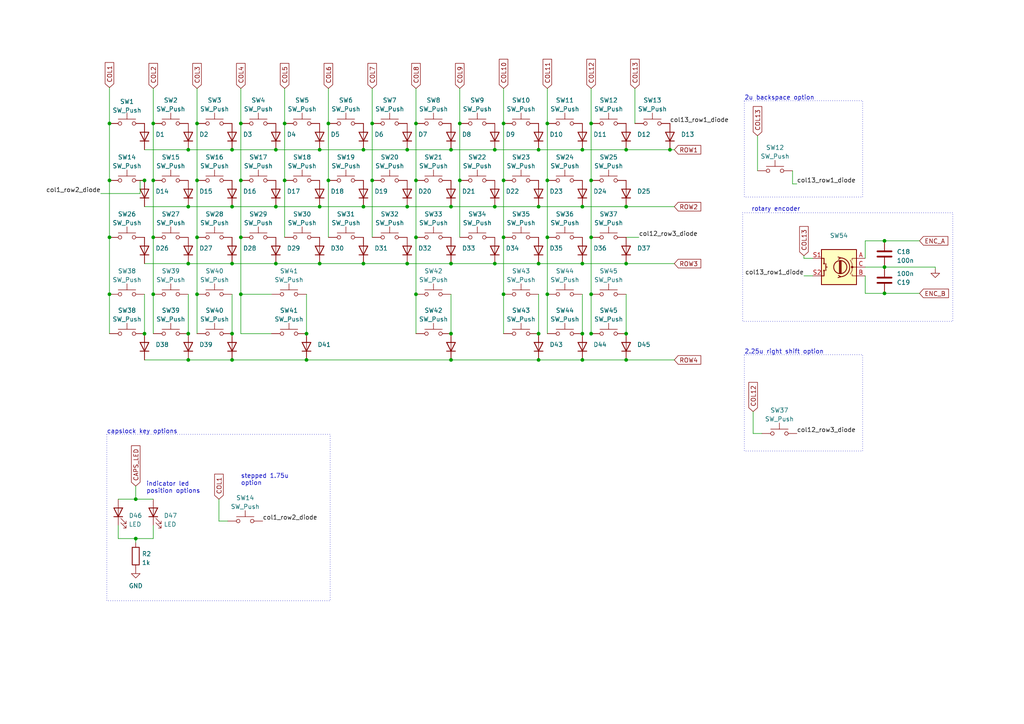
<source format=kicad_sch>
(kicad_sch (version 20230121) (generator eeschema)
  (paper "A4")
  (title_block (title "Bully2040") (date "2023-06-23") (rev "0.2") (company "sporkus") (comment 1 "adding alps and layout options"))
  (junction (at 130.81 104.394))
  (junction (at 92.71 76.454))
  (junction (at 158.75 85.344))
  (junction (at 118.11 59.944))
  (junction (at 69.85 68.834))
  (junction (at 194.31 43.434))
  (junction (at 39.37 156.21))
  (junction (at 120.65 35.814))
  (junction (at 133.35 52.324))
  (junction (at 168.91 59.944))
  (junction (at 31.75 35.814))
  (junction (at 54.61 96.774))
  (junction (at 143.51 43.434))
  (junction (at 256.54 77.47))
  (junction (at 168.91 96.774))
  (junction (at 31.75 52.324))
  (junction (at 44.45 52.324))
  (junction (at 44.45 68.834))
  (junction (at 80.01 43.434))
  (junction (at 181.61 96.774))
  (junction (at 168.91 104.394))
  (junction (at 146.05 68.834))
  (junction (at 143.51 76.454))
  (junction (at 107.95 35.814))
  (junction (at 88.9 96.774))
  (junction (at 39.37 144.78))
  (junction (at 120.65 85.344))
  (junction (at 120.65 52.324))
  (junction (at 41.91 52.324))
  (junction (at 256.54 85.09))
  (junction (at 67.31 43.434))
  (junction (at 54.61 76.454))
  (junction (at 92.71 43.434))
  (junction (at 171.45 85.344))
  (junction (at 67.31 59.944))
  (junction (at 67.31 104.394))
  (junction (at 168.91 76.454))
  (junction (at 156.21 76.454))
  (junction (at 181.61 59.944))
  (junction (at 95.25 52.324))
  (junction (at 256.54 69.85))
  (junction (at 105.41 59.944))
  (junction (at 171.45 52.324))
  (junction (at 92.71 59.944))
  (junction (at 80.01 59.944))
  (junction (at 130.81 96.774))
  (junction (at 57.15 68.834))
  (junction (at 168.91 43.434))
  (junction (at 67.31 96.774))
  (junction (at 57.15 35.814))
  (junction (at 57.15 52.324))
  (junction (at 156.21 43.434))
  (junction (at 95.25 35.814))
  (junction (at 105.41 43.434))
  (junction (at 171.45 68.834))
  (junction (at 54.61 43.434))
  (junction (at 171.45 96.774))
  (junction (at 69.85 52.324))
  (junction (at 146.05 85.344))
  (junction (at 67.31 76.454))
  (junction (at 171.45 35.814))
  (junction (at 156.21 96.774))
  (junction (at 118.11 76.454))
  (junction (at 156.21 59.944))
  (junction (at 54.61 104.394))
  (junction (at 143.51 59.944))
  (junction (at 82.55 52.324))
  (junction (at 181.61 76.454))
  (junction (at 82.55 35.814))
  (junction (at 158.75 35.814))
  (junction (at 156.21 104.394))
  (junction (at 107.95 52.324))
  (junction (at 41.91 96.774))
  (junction (at 88.9 104.394))
  (junction (at 69.85 35.814))
  (junction (at 69.85 85.344))
  (junction (at 31.75 85.344))
  (junction (at 105.41 76.454))
  (junction (at 158.75 52.324))
  (junction (at 44.45 35.814))
  (junction (at 181.61 104.394))
  (junction (at 130.81 59.944))
  (junction (at 181.61 43.434))
  (junction (at 158.75 68.834))
  (junction (at 146.05 35.814))
  (junction (at 31.75 68.834))
  (junction (at 57.15 85.344))
  (junction (at 44.45 85.344))
  (junction (at 54.61 59.944))
  (junction (at 118.11 43.434))
  (junction (at 146.05 52.324))
  (junction (at 133.35 35.814))
  (junction (at 120.65 68.834))
  (junction (at 130.81 43.434))
  (junction (at 80.01 76.454))
  (junction (at 130.81 76.454))
  (wire (pts (xy 156.21 59.944) (xy 168.91 59.944)))
  (wire (pts (xy 219.71 39.37) (xy 219.71 49.53)))
  (wire (pts (xy 95.25 25.654) (xy 95.25 35.814)))
  (wire (pts (xy 95.25 52.324) (xy 95.25 68.834)))
  (wire (pts (xy 54.61 43.434) (xy 67.31 43.434)))
  (wire (pts (xy 31.75 52.324) (xy 31.75 68.834)))
  (wire (pts (xy 133.35 35.814) (xy 133.35 52.324)))
  (wire (pts (xy 256.54 77.47) (xy 250.952 77.47)))
  (wire (pts (xy 82.55 52.324) (xy 82.55 68.834)))
  (wire (pts (xy 233.172 74.168) (xy 233.172 74.93)))
  (wire (pts (xy 39.37 157.48) (xy 39.37 156.21)))
  (wire (pts (xy 156.21 43.434) (xy 168.91 43.434)))
  (wire (pts (xy 41.91 59.944) (xy 54.61 59.944)))
  (wire (pts (xy 156.21 76.454) (xy 168.91 76.454)))
  (wire (pts (xy 54.61 85.344) (xy 54.61 96.774)))
  (wire (pts (xy 130.81 85.344) (xy 130.81 96.774)))
  (wire (pts (xy 80.01 59.944) (xy 92.71 59.944)))
  (wire (pts (xy 218.44 125.73) (xy 220.98 125.73)))
  (wire (pts (xy 120.65 52.324) (xy 120.65 68.834)))
  (wire (pts (xy 156.21 85.344) (xy 156.21 96.774)))
  (wire (pts (xy 171.45 85.344) (xy 171.45 96.774)))
  (wire (pts (xy 34.29 144.78) (xy 39.37 144.78)))
  (wire (pts (xy 171.45 85.344) (xy 171.704 85.344)))
  (wire (pts (xy 39.37 144.78) (xy 44.45 144.78)))
  (wire (pts (xy 181.61 104.394) (xy 195.58 104.394)))
  (wire (pts (xy 168.91 85.344) (xy 168.91 96.774)))
  (wire (pts (xy 69.85 68.834) (xy 69.85 85.344)))
  (wire (pts (xy 120.65 35.814) (xy 120.65 52.324)))
  (wire (pts (xy 229.87 49.53) (xy 229.87 53.34)))
  (wire (pts (xy 40.64 52.324) (xy 41.91 52.324)))
  (wire (pts (xy 57.15 68.834) (xy 57.15 85.344)))
  (wire (pts (xy 41.91 85.344) (xy 41.91 96.774)))
  (wire (pts (xy 120.65 25.654) (xy 120.65 35.814)))
  (wire (pts (xy 44.45 152.4) (xy 44.45 156.21)))
  (wire (pts (xy 146.05 52.324) (xy 146.05 68.834)))
  (wire (pts (xy 130.81 59.944) (xy 143.51 59.944)))
  (wire (pts (xy 181.61 43.434) (xy 194.31 43.434)))
  (wire (pts (xy 158.75 25.654) (xy 158.75 35.814)))
  (wire (pts (xy 158.75 52.324) (xy 158.75 68.834)))
  (wire (pts (xy 31.75 25.4) (xy 31.75 35.814)))
  (wire (pts (xy 88.9 104.394) (xy 130.81 104.394)))
  (wire (pts (xy 146.05 68.834) (xy 146.05 85.344)))
  (wire (pts (xy 31.75 35.814) (xy 31.75 52.324)))
  (wire (pts (xy 171.45 35.814) (xy 171.45 52.324)))
  (wire (pts (xy 146.05 25.654) (xy 146.05 35.814)))
  (wire (pts (xy 105.41 43.434) (xy 118.11 43.434)))
  (wire (pts (xy 67.31 43.434) (xy 80.01 43.434)))
  (wire (pts (xy 39.37 140.97) (xy 39.37 144.78)))
  (wire (pts (xy 143.51 59.944) (xy 156.21 59.944)))
  (wire (pts (xy 120.65 85.344) (xy 120.65 96.774)))
  (wire (pts (xy 69.85 35.814) (xy 69.85 52.324)))
  (wire (pts (xy 256.54 85.09) (xy 250.952 85.09)))
  (wire (pts (xy 171.45 68.834) (xy 171.45 85.344)))
  (wire (pts (xy 31.75 85.344) (xy 31.75 96.774)))
  (wire (pts (xy 31.75 68.834) (xy 31.75 85.344)))
  (wire (pts (xy 256.54 85.09) (xy 266.7 85.09)))
  (wire (pts (xy 69.85 85.344) (xy 69.85 96.774)))
  (wire (pts (xy 92.71 43.434) (xy 105.41 43.434)))
  (wire (pts (xy 57.15 25.654) (xy 57.15 35.814)))
  (wire (pts (xy 158.75 35.814) (xy 158.75 52.324)))
  (wire (pts (xy 143.51 76.454) (xy 156.21 76.454)))
  (wire (pts (xy 256.54 69.85) (xy 250.952 69.85)))
  (wire (pts (xy 67.31 104.394) (xy 88.9 104.394)))
  (wire (pts (xy 107.95 35.814) (xy 107.95 52.324)))
  (wire (pts (xy 44.45 52.324) (xy 44.45 68.834)))
  (wire (pts (xy 218.44 119.38) (xy 218.44 125.73)))
  (wire (pts (xy 156.21 104.394) (xy 168.91 104.394)))
  (wire (pts (xy 181.61 76.454) (xy 195.58 76.454)))
  (wire (pts (xy 158.75 85.344) (xy 158.75 96.774)))
  (wire (pts (xy 39.37 156.21) (xy 44.45 156.21)))
  (wire (pts (xy 69.85 96.774) (xy 78.74 96.774)))
  (wire (pts (xy 195.58 43.434) (xy 194.31 43.434)))
  (wire (pts (xy 118.11 43.434) (xy 130.81 43.434)))
  (wire (pts (xy 67.31 85.344) (xy 67.31 96.774)))
  (wire (pts (xy 146.05 85.344) (xy 146.05 96.774)))
  (wire (pts (xy 118.11 59.944) (xy 130.81 59.944)))
  (wire (pts (xy 271.272 77.47) (xy 256.54 77.47)))
  (wire (pts (xy 171.45 25.654) (xy 171.45 35.814)))
  (wire (pts (xy 88.9 85.344) (xy 88.9 96.774)))
  (wire (pts (xy 250.952 69.85) (xy 250.952 74.93)))
  (wire (pts (xy 54.61 76.454) (xy 67.31 76.454)))
  (wire (pts (xy 118.11 76.454) (xy 130.81 76.454)))
  (wire (pts (xy 146.05 35.814) (xy 146.05 52.324)))
  (wire (pts (xy 229.87 53.34) (xy 231.14 53.34)))
  (wire (pts (xy 82.55 35.814) (xy 82.55 52.324)))
  (wire (pts (xy 181.61 68.834) (xy 185.293 68.834)))
  (wire (pts (xy 57.15 52.324) (xy 57.15 68.834)))
  (wire (pts (xy 107.95 52.324) (xy 107.95 68.834)))
  (wire (pts (xy 130.81 76.454) (xy 143.51 76.454)))
  (wire (pts (xy 171.45 96.774) (xy 171.704 96.774)))
  (wire (pts (xy 41.91 43.434) (xy 54.61 43.434)))
  (wire (pts (xy 250.952 80.01) (xy 250.952 85.09)))
  (wire (pts (xy 184.15 25.654) (xy 184.15 35.814)))
  (wire (pts (xy 271.272 77.978) (xy 271.272 77.47)))
  (wire (pts (xy 41.91 104.394) (xy 54.61 104.394)))
  (wire (pts (xy 130.81 43.434) (xy 143.51 43.434)))
  (wire (pts (xy 63.5 144.78) (xy 63.5 151.13)))
  (wire (pts (xy 181.61 85.344) (xy 181.61 96.774)))
  (wire (pts (xy 120.65 68.834) (xy 120.65 85.344)))
  (wire (pts (xy 57.15 85.344) (xy 57.15 96.774)))
  (wire (pts (xy 67.31 76.454) (xy 80.01 76.454)))
  (wire (pts (xy 44.45 85.344) (xy 44.45 96.774)))
  (wire (pts (xy 80.01 76.454) (xy 92.71 76.454)))
  (wire (pts (xy 82.55 25.654) (xy 82.55 35.814)))
  (wire (pts (xy 44.45 35.814) (xy 44.45 52.324)))
  (wire (pts (xy 130.81 104.394) (xy 156.21 104.394)))
  (wire (pts (xy 158.75 68.834) (xy 158.75 85.344)))
  (wire (pts (xy 54.61 59.944) (xy 67.31 59.944)))
  (wire (pts (xy 41.91 76.454) (xy 54.61 76.454)))
  (wire (pts (xy 67.31 59.944) (xy 80.01 59.944)))
  (wire (pts (xy 63.5 151.13) (xy 66.04 151.13)))
  (wire (pts (xy 143.51 43.434) (xy 156.21 43.434)))
  (wire (pts (xy 168.91 43.434) (xy 181.61 43.434)))
  (wire (pts (xy 92.71 59.944) (xy 105.41 59.944)))
  (wire (pts (xy 133.35 25.654) (xy 133.35 35.814)))
  (wire (pts (xy 105.41 59.944) (xy 118.11 59.944)))
  (wire (pts (xy 133.35 52.324) (xy 133.35 68.834)))
  (wire (pts (xy 105.41 76.454) (xy 118.11 76.454)))
  (wire (pts (xy 168.91 76.454) (xy 181.61 76.454)))
  (wire (pts (xy 80.01 43.434) (xy 92.71 43.434)))
  (wire (pts (xy 168.91 104.394) (xy 181.61 104.394)))
  (wire (pts (xy 92.71 76.454) (xy 105.41 76.454)))
  (wire (pts (xy 40.64 56.134) (xy 40.64 52.324)))
  (wire (pts (xy 95.25 35.814) (xy 95.25 52.324)))
  (wire (pts (xy 69.85 25.654) (xy 69.85 35.814)))
  (wire (pts (xy 34.29 152.4) (xy 34.29 156.21)))
  (wire (pts (xy 233.172 74.93) (xy 235.712 74.93)))
  (wire (pts (xy 44.45 68.834) (xy 44.45 85.344)))
  (wire (pts (xy 107.95 25.654) (xy 107.95 35.814)))
  (wire (pts (xy 69.85 85.344) (xy 78.74 85.344)))
  (wire (pts (xy 181.61 59.944) (xy 195.58 59.944)))
  (wire (pts (xy 44.45 25.654) (xy 44.45 35.814)))
  (wire (pts (xy 69.85 52.324) (xy 69.85 68.834)))
  (wire (pts (xy 54.61 104.394) (xy 67.31 104.394)))
  (wire (pts (xy 57.15 35.814) (xy 57.15 52.324)))
  (wire (pts (xy 29.21 56.134) (xy 40.64 56.134)))
  (wire (pts (xy 34.29 156.21) (xy 39.37 156.21)))
  (wire (pts (xy 171.45 52.324) (xy 171.45 68.834)))
  (wire (pts (xy 233.172 80.01) (xy 235.712 80.01)))
  (wire (pts (xy 256.54 69.85) (xy 266.7 69.85)))
  (wire (pts (xy 168.91 59.944) (xy 181.61 59.944)))
  (rectangle (start 215.392 61.722) (end 276.352 93.218) (stroke (width 0) (type dot)))
  (rectangle (start 215.9 102.87) (end 250.19 130.81) (stroke (width 0) (type dot)))
  (rectangle (start 30.988 125.984) (end 95.758 174.244) (stroke (width 0) (type dot)))
  (rectangle (start 215.9 29.21) (end 250.19 57.15) (stroke (width 0) (type dot)))
  (text "rotary encoder" (at 217.932 61.468 0) (effects (font (size 1.27 1.27)) (justify left bottom)))
  (text "capslock key options" (at 30.988 125.984 0) (effects (font (size 1.27 1.27)) (justify left bottom)))
  (text "indicator led\nposition options" (at 42.418 143.256 0) (effects (font (size 1.27 1.27)) (justify left bottom)))
  (text "2u backspace option" (at 215.9 29.21 0) (effects (font (size 1.27 1.27)) (justify left bottom)))
  (text "2.25u right shift option" (at 215.9 102.87 0) (effects (font (size 1.27 1.27)) (justify left bottom)))
  (text "stepped 1.75u\noption" (at 69.85 140.97 0) (effects (font (size 1.27 1.27)) (justify left bottom)))
  (label "col13_row1_diode" (at 194.31 35.814 0))
  (label "col13_row1_diode" (at 233.172 80.01 180))
  (label "col12_row3_diode" (at 231.14 125.73 0))
  (label "col13_row1_diode" (at 231.14 53.34 0))
  (label "col12_row3_diode" (at 185.293 68.834 0))
  (label "col1_row2_diode" (at 76.2 151.13 0))
  (label "col1_row2_diode" (at 29.21 56.134 180))
  (global_label "COL1" (shape input) (at 31.75 25.4 90) (property "Intersheetrefs" "${INTERSHEET_REFS}" (effects hide)))
  (global_label "COL12" (shape input) (at 218.44 119.38 90) (property "Intersheetrefs" "${INTERSHEET_REFS}" (effects hide)))
  (global_label "COL10" (shape input) (at 146.05 25.654 90) (property "Intersheetrefs" "${INTERSHEET_REFS}" (effects hide)))
  (global_label "ROW1" (shape input) (at 195.58 43.434 0) (property "Intersheetrefs" "${INTERSHEET_REFS}" (effects hide)))
  (global_label "COL6" (shape input) (at 95.25 25.654 90) (property "Intersheetrefs" "${INTERSHEET_REFS}" (effects hide)))
  (global_label "ROW4" (shape input) (at 195.58 104.394 0) (property "Intersheetrefs" "${INTERSHEET_REFS}" (effects hide)))
  (global_label "ROW2" (shape input) (at 195.58 59.944 0) (property "Intersheetrefs" "${INTERSHEET_REFS}" (effects hide)))
  (global_label "COL5" (shape input) (at 82.55 25.654 90) (property "Intersheetrefs" "${INTERSHEET_REFS}" (effects hide)))
  (global_label "ENC_B" (shape input) (at 266.7 85.09 0) (property "Intersheetrefs" "${INTERSHEET_REFS}" (effects hide)))
  (global_label "COL13" (shape input) (at 219.71 39.37 90) (property "Intersheetrefs" "${INTERSHEET_REFS}" (effects hide)))
  (global_label "COL8" (shape input) (at 120.65 25.654 90) (property "Intersheetrefs" "${INTERSHEET_REFS}" (effects hide)))
  (global_label "COL9" (shape input) (at 133.35 25.654 90) (property "Intersheetrefs" "${INTERSHEET_REFS}" (effects hide)))
  (global_label "COL13" (shape input) (at 233.172 74.168 90) (property "Intersheetrefs" "${INTERSHEET_REFS}" (effects hide)))
  (global_label "CAPS_LED" (shape input) (at 39.37 140.97 90) (property "Intersheetrefs" "${INTERSHEET_REFS}" (effects hide)))
  (global_label "COL7" (shape input) (at 107.95 25.654 90) (property "Intersheetrefs" "${INTERSHEET_REFS}" (effects hide)))
  (global_label "COL4" (shape input) (at 69.85 25.654 90) (property "Intersheetrefs" "${INTERSHEET_REFS}" (effects hide)))
  (global_label "COL12" (shape input) (at 171.45 25.654 90) (property "Intersheetrefs" "${INTERSHEET_REFS}" (effects hide)))
  (global_label "ENC_A" (shape input) (at 266.7 69.85 0) (property "Intersheetrefs" "${INTERSHEET_REFS}" (effects hide)))
  (global_label "COL1" (shape input) (at 63.5 144.78 90) (property "Intersheetrefs" "${INTERSHEET_REFS}" (effects hide)))
  (global_label "COL11" (shape input) (at 158.75 25.654 90) (property "Intersheetrefs" "${INTERSHEET_REFS}" (effects hide)))
  (global_label "COL13" (shape input) (at 184.15 25.654 90) (property "Intersheetrefs" "${INTERSHEET_REFS}" (effects hide)))
  (global_label "ROW3" (shape input) (at 195.58 76.454 0) (property "Intersheetrefs" "${INTERSHEET_REFS}" (effects hide)))
  (global_label "COL2" (shape input) (at 44.45 25.654 90) (property "Intersheetrefs" "${INTERSHEET_REFS}" (effects hide)))
  (global_label "COL3" (shape input) (at 57.15 25.654 90) (property "Intersheetrefs" "${INTERSHEET_REFS}" (effects hide)))
  (symbol (lib_id "Diode:1N4148W") (at 118.11 56.134 90) (unit 1)
    (property "Reference" "D20" (at 121.285 55.499 90) (effects (justify right)))
    (property "Value" "1N4148W" (effects hide))
    (property "Footprint" "Diode_SMD:D_SOD-123" (effects hide))
    (property "Datasheet" "https://www.vishay.com/docs/85748/1n4148w.pdf" (effects hide))
    (property "Sim.Device" "D" (effects hide))
    (property "Sim.Pins" "1=K 2=A" (effects hide))
    (property "LCSC" "C81598" (effects hide))
    (instances (project "bully" (path "" (reference "D20") (unit 1)) (path "" (reference "D65") (unit 1))) (project "bully" (path "" (reference "D20") (unit 1))))
  )
  (symbol (lib_id "Diode:1N4148W") (at 41.91 100.584 90) (unit 1)
    (property "Reference" "D38" (at 45.085 99.949 90) (effects (justify right)))
    (property "Value" "1N4148W" (effects hide))
    (property "Footprint" "Diode_SMD:D_SOD-123" (effects hide))
    (property "Datasheet" "https://www.vishay.com/docs/85748/1n4148w.pdf" (effects hide))
    (property "Sim.Device" "D" (effects hide))
    (property "Sim.Pins" "1=K 2=A" (effects hide))
    (property "LCSC" "C81598" (effects hide))
    (instances (project "bully" (path "" (reference "D38") (unit 1)) (path "" (reference "D83") (unit 1))) (project "bully" (path "" (reference "D38") (unit 1))))
  )
  (symbol (lib_id "Diode:1N4148W") (at 130.81 100.584 90) (unit 1)
    (property "Reference" "D42" (effects hide))
    (property "Value" "1N4148W" (effects hide))
    (property "Footprint" "Diode_SMD:D_SOD-123" (effects hide))
    (property "Datasheet" "https://www.vishay.com/docs/85748/1n4148w.pdf" (effects hide))
    (property "Sim.Device" "D" (effects hide))
    (property "Sim.Pins" "1=K 2=A" (effects hide))
    (property "LCSC" "C81598" (effects hide))
    (instances (project "bully" (path "" (reference "D42") (unit 1)) (path "" (reference "D87") (unit 1))) (project "bully" (path "" (reference "D42") (unit 1))))
  )
  (symbol (lib_id "Diode:1N4148W") (at 80.01 72.644 90) (unit 1)
    (property "Reference" "D29" (at 83.185 72.009 90) (effects (justify right)))
    (property "Value" "1N4148W" (effects hide))
    (property "Footprint" "Diode_SMD:D_SOD-123" (effects hide))
    (property "Datasheet" "https://www.vishay.com/docs/85748/1n4148w.pdf" (effects hide))
    (property "Sim.Device" "D" (effects hide))
    (property "Sim.Pins" "1=K 2=A" (effects hide))
    (property "LCSC" "C81598" (effects hide))
    (instances (project "bully" (path "" (reference "D29") (unit 1)) (path "" (reference "D74") (unit 1))) (project "bully" (path "" (reference "D29") (unit 1))))
  )
  (symbol (lib_id "Switch:SW_Push") (at 62.23 35.814 0) (unit 1)
    (property "Reference" "SW3" (at 62.23 29.083 0))
    (property "Value" "SW_Push" (at 62.23 31.623 0))
    (property "Footprint" "MX_Alps_Hybrid:MX-Alps-Hybrid-1U" (effects hide))
    (instances (project "bully" (path "" (reference "SW3") (unit 1)) (path "" (reference "SW48") (unit 1))) (project "bully" (path "" (reference "SW3") (unit 1))))
  )
  (symbol (lib_id "Switch:SW_Push") (at 125.73 85.344 0) (unit 1)
    (property "Reference" "SW42" (at 125.73 78.613 0))
    (property "Value" "SW_Push" (at 125.73 81.153 0))
    (property "Footprint" "MX_Alps_Hybrid:MX-Alps-Hybrid-3U-ReversedStabilizers" (effects hide))
    (instances (project "bully" (path "" (reference "SW42") (unit 1)) (path "" (reference "SW87") (unit 1))) (project "bully" (path "" (reference "SW42") (unit 1))))
  )
  (symbol (lib_id "Diode:1N4148W") (at 156.21 39.624 90) (unit 1)
    (property "Reference" "D10" (at 159.385 38.989 90) (effects (justify right)))
    (property "Value" "1N4148W" (effects hide))
    (property "Footprint" "Diode_SMD:D_SOD-123" (effects hide))
    (property "Datasheet" "https://www.vishay.com/docs/85748/1n4148w.pdf" (effects hide))
    (property "Sim.Device" "D" (effects hide))
    (property "Sim.Pins" "1=K 2=A" (effects hide))
    (property "LCSC" "C81598" (effects hide))
    (instances (project "bully" (path "" (reference "D10") (unit 1)) (path "" (reference "D55") (unit 1))) (project "bully" (path "" (reference "D10") (unit 1))))
  )
  (symbol (lib_id "Switch:SW_Push") (at 151.13 68.834 0) (unit 1)
    (property "Reference" "SW35" (at 151.13 62.103 0))
    (property "Value" "SW_Push" (at 151.13 64.643 0))
    (property "Footprint" "MX_Alps_Hybrid:MX-Alps-Hybrid-1U" (effects hide))
    (instances (project "bully" (path "" (reference "SW35") (unit 1)) (path "" (reference "SW80") (unit 1))) (project "bully" (path "" (reference "SW35") (unit 1))))
  )
  (symbol (lib_id "Diode:1N4148W") (at 181.61 56.134 90) (unit 1)
    (property "Reference" "D25" (at 184.785 55.499 90) (effects (justify right)))
    (property "Value" "1N4148W" (effects hide))
    (property "Footprint" "Diode_SMD:D_SOD-123" (effects hide))
    (property "Datasheet" "https://www.vishay.com/docs/85748/1n4148w.pdf" (effects hide))
    (property "Sim.Device" "D" (effects hide))
    (property "Sim.Pins" "1=K 2=A" (effects hide))
    (property "LCSC" "C81598" (effects hide))
    (instances (project "bully" (path "" (reference "D25") (unit 1)) (path "" (reference "D70") (unit 1))) (project "bully" (path "" (reference "D25") (unit 1))))
  )
  (symbol (lib_id "Diode:1N4148W") (at 156.21 72.644 90) (unit 1)
    (property "Reference" "D35" (at 159.385 72.009 90) (effects (justify right)))
    (property "Value" "1N4148W" (effects hide))
    (property "Footprint" "Diode_SMD:D_SOD-123" (effects hide))
    (property "Datasheet" "https://www.vishay.com/docs/85748/1n4148w.pdf" (effects hide))
    (property "Sim.Device" "D" (effects hide))
    (property "Sim.Pins" "1=K 2=A" (effects hide))
    (property "LCSC" "C81598" (effects hide))
    (instances (project "bully" (path "" (reference "D35") (unit 1)) (path "" (reference "D80") (unit 1))) (project "bully" (path "" (reference "D35") (unit 1))))
  )
  (symbol (lib_id "Diode:1N4148W") (at 54.61 100.584 90) (unit 1)
    (property "Reference" "D39" (at 57.785 99.949 90) (effects (justify right)))
    (property "Value" "1N4148W" (effects hide))
    (property "Footprint" "Diode_SMD:D_SOD-123" (effects hide))
    (property "Datasheet" "https://www.vishay.com/docs/85748/1n4148w.pdf" (effects hide))
    (property "Sim.Device" "D" (effects hide))
    (property "Sim.Pins" "1=K 2=A" (effects hide))
    (property "LCSC" "C81598" (effects hide))
    (instances (project "bully" (path "" (reference "D39") (unit 1)) (path "" (reference "D84") (unit 1))) (project "bully" (path "" (reference "D39") (unit 1))))
  )
  (symbol (lib_id "Device:C") (at 256.54 81.28 0) (mirror x) (unit 1)
    (property "Reference" "C19" (at 260.096 81.915 0) (effects (justify left)))
    (property "Value" "100n" (at 260.096 79.375 0) (effects (justify left)))
    (property "Footprint" "Capacitor_SMD:C_0402_1005Metric" (effects hide))
  )
  (symbol (lib_id "Diode:1N4148W") (at 105.41 72.644 90) (unit 1)
    (property "Reference" "D31" (at 108.585 72.009 90) (effects (justify right)))
    (property "Value" "1N4148W" (effects hide))
    (property "Footprint" "Diode_SMD:D_SOD-123" (effects hide))
    (property "Datasheet" "https://www.vishay.com/docs/85748/1n4148w.pdf" (effects hide))
    (property "Sim.Device" "D" (effects hide))
    (property "Sim.Pins" "1=K 2=A" (effects hide))
    (property "LCSC" "C81598" (effects hide))
    (instances (project "bully" (path "" (reference "D31") (unit 1)) (path "" (reference "D76") (unit 1))) (project "bully" (path "" (reference "D31") (unit 1))))
  )
  (symbol (lib_id "Switch:SW_Push") (at 163.83 68.834 0) (unit 1)
    (property "Reference" "SW36" (at 163.83 62.103 0))
    (property "Value" "SW_Push" (at 163.83 64.643 0))
    (property "Footprint" "MX_Alps_Hybrid:MX-Alps-Hybrid-1U" (effects hide))
    (instances (project "bully" (path "" (reference "SW36") (unit 1)) (path "" (reference "SW81") (unit 1))) (project "bully" (path "" (reference "SW36") (unit 1))))
  )
  (symbol (lib_id "Diode:1N4148W") (at 156.21 100.584 90) (unit 1)
    (property "Reference" "D43" (at 159.385 99.949 90) (effects (justify right)))
    (property "Value" "1N4148W" (effects hide))
    (property "Footprint" "Diode_SMD:D_SOD-123" (effects hide))
    (property "Datasheet" "https://www.vishay.com/docs/85748/1n4148w.pdf" (effects hide))
    (property "Sim.Device" "D" (effects hide))
    (property "Sim.Pins" "1=K 2=A" (effects hide))
    (property "LCSC" "C81598" (effects hide))
    (instances (project "bully" (path "" (reference "D43") (unit 1)) (path "" (reference "D88") (unit 1))) (project "bully" (path "" (reference "D43") (unit 1))))
  )
  (symbol (lib_id "Diode:1N4148W") (at 130.81 56.134 90) (unit 1)
    (property "Reference" "D21" (at 133.985 55.499 90) (effects (justify right)))
    (property "Value" "1N4148W" (effects hide))
    (property "Footprint" "Diode_SMD:D_SOD-123" (effects hide))
    (property "Datasheet" "https://www.vishay.com/docs/85748/1n4148w.pdf" (effects hide))
    (property "Sim.Device" "D" (effects hide))
    (property "Sim.Pins" "1=K 2=A" (effects hide))
    (property "LCSC" "C81598" (effects hide))
    (instances (project "bully" (path "" (reference "D21") (unit 1)) (path "" (reference "D66") (unit 1))) (project "bully" (path "" (reference "D21") (unit 1))))
  )
  (symbol (lib_id "Switch:SW_Push") (at 36.83 35.814 0) (unit 1)
    (property "Reference" "SW1" (at 36.83 29.464 0))
    (property "Value" "SW_Push" (at 36.83 32.004 0))
    (property "Footprint" "MX_Alps_Hybrid:MX-Alps-Hybrid-1.5U" (effects hide))
    (instances (project "bully" (path "" (reference "SW1") (unit 1)) (path "" (reference "SW46") (unit 1))) (project "bully" (path "" (reference "SW1") (unit 1))))
  )
  (symbol (lib_id "Switch:SW_Push") (at 49.53 96.774 0) (mirror y) (unit 1)
    (property "Reference" "SW39" (at 49.53 90.043 0))
    (property "Value" "SW_Push" (at 49.53 92.583 0))
    (property "Footprint" "MX_Alps_Hybrid:MX-Alps-Hybrid-1.25U" (effects hide))
    (instances (project "bully" (path "" (reference "SW39") (unit 1)) (path "" (reference "SW84") (unit 1))) (project "bully" (path "" (reference "SW47") (unit 1))))
  )
  (symbol (lib_id "Switch:SW_Push") (at 71.12 151.13 0) (mirror y) (unit 1)
    (property "Reference" "SW14" (at 71.12 144.399 0))
    (property "Value" "SW_Push" (at 71.12 146.939 0))
    (property "Footprint" "MX_Solderable:MX-Solderable-1.25U" (effects hide))
    (instances (project "bully" (path "" (reference "SW14") (unit 1)) (path "" (reference "SW59") (unit 1))) (project "bully" (path "" (reference "SW55") (unit 1))))
  )
  (symbol (lib_id "Diode:1N4148W") (at 67.31 100.584 90) (unit 1)
    (property "Reference" "D40" (effects hide))
    (property "Value" "1N4148W" (effects hide))
    (property "Footprint" "Diode_SMD:D_SOD-123" (effects hide))
    (property "Datasheet" "https://www.vishay.com/docs/85748/1n4148w.pdf" (effects hide))
    (property "Sim.Device" "D" (effects hide))
    (property "Sim.Pins" "1=K 2=A" (effects hide))
    (property "LCSC" "C81598" (effects hide))
    (instances (project "bully" (path "" (reference "D40") (unit 1)) (path "" (reference "D85") (unit 1))) (project "bully" (path "" (reference "D40") (unit 1))))
  )
  (symbol (lib_id "Switch:SW_Push") (at 36.83 52.324 0) (unit 1)
    (property "Reference" "SW14" (at 36.83 45.593 0))
    (property "Value" "SW_Push" (at 36.83 48.133 0))
    (property "Footprint" "MX_Alps_Hybrid:MX-Alps-Hybrid-1.75U" (effects hide))
    (instances (project "bully" (path "" (reference "SW14") (unit 1)) (path "" (reference "SW59") (unit 1))) (project "bully" (path "" (reference "SW14") (unit 1))))
  )
  (symbol (lib_id "Switch:SW_Push") (at 74.93 68.834 0) (unit 1)
    (property "Reference" "SW29" (at 74.93 62.103 0))
    (property "Value" "SW_Push" (at 74.93 64.643 0))
    (property "Footprint" "MX_Alps_Hybrid:MX-Alps-Hybrid-1U" (effects hide))
    (instances (project "bully" (path "" (reference "SW29") (unit 1)) (path "" (reference "SW74") (unit 1))) (project "bully" (path "" (reference "SW29") (unit 1))))
  )
  (symbol (lib_id "Diode:1N4148W") (at 41.91 56.134 90) (unit 1)
    (property "Reference" "D14" (at 45.085 55.499 90) (effects (justify right)))
    (property "Value" "1N4148W" (effects hide))
    (property "Footprint" "Diode_SMD:D_SOD-123" (effects hide))
    (property "Datasheet" "https://www.vishay.com/docs/85748/1n4148w.pdf" (effects hide))
    (property "Sim.Device" "D" (effects hide))
    (property "Sim.Pins" "1=K 2=A" (effects hide))
    (property "LCSC" "C81598" (effects hide))
    (instances (project "bully" (path "" (reference "D14") (unit 1)) (path "" (reference "D59") (unit 1))) (project "bully" (path "" (reference "D14") (unit 1))))
  )
  (symbol (lib_id "Switch:SW_Push") (at 83.82 85.344 0) (unit 1)
    (property "Reference" "SW41" (at 83.82 78.613 0))
    (property "Value" "SW_Push" (at 83.82 81.153 0))
    (property "Footprint" "MX_Alps_Hybrid:MX-Alps-Hybrid-3U-ReversedStabilizers" (effects hide))
    (instances (project "bully" (path "" (reference "SW41") (unit 1)) (path "" (reference "SW86") (unit 1))) (project "bully" (path "" (reference "SW41") (unit 1))))
  )
  (symbol (lib_id "Switch:SW_Push") (at 100.33 35.814 0) (unit 1)
    (property "Reference" "SW6" (at 100.33 29.083 0))
    (property "Value" "SW_Push" (at 100.33 31.623 0))
    (property "Footprint" "MX_Alps_Hybrid:MX-Alps-Hybrid-1U" (effects hide))
    (instances (project "bully" (path "" (reference "SW6") (unit 1)) (path "" (reference "SW51") (unit 1))) (project "bully" (path "" (reference "SW6") (unit 1))))
  )
  (symbol (lib_id "Diode:1N4148W") (at 92.71 56.134 90) (unit 1)
    (property "Reference" "D18" (at 95.885 55.499 90) (effects (justify right)))
    (property "Value" "1N4148W" (effects hide))
    (property "Footprint" "Diode_SMD:D_SOD-123" (effects hide))
    (property "Datasheet" "https://www.vishay.com/docs/85748/1n4148w.pdf" (effects hide))
    (property "Sim.Device" "D" (effects hide))
    (property "Sim.Pins" "1=K 2=A" (effects hide))
    (property "LCSC" "C81598" (effects hide))
    (instances (project "bully" (path "" (reference "D18") (unit 1)) (path "" (reference "D63") (unit 1))) (project "bully" (path "" (reference "D18") (unit 1))))
  )
  (symbol (lib_id "Switch:SW_Push") (at 176.53 52.324 0) (unit 1)
    (property "Reference" "SW25" (at 176.53 45.593 0))
    (property "Value" "SW_Push" (at 176.53 48.133 0))
    (property "Footprint" "MX_Alps_Hybrid:MX-Alps-Hybrid-1.75U" (effects hide))
    (instances (project "bully" (path "" (reference "SW25") (unit 1)) (path "" (reference "SW70") (unit 1))) (project "bully" (path "" (reference "SW25") (unit 1))))
  )
  (symbol (lib_id "Switch:SW_Push") (at 62.23 96.774 0) (mirror y) (unit 1)
    (property "Reference" "SW40" (at 62.23 90.043 0))
    (property "Value" "SW_Push" (at 62.23 92.583 0))
    (property "Footprint" "MX_Alps_Hybrid:MX-Alps-Hybrid-1.5U" (effects hide))
    (instances (project "bully" (path "" (reference "SW40") (unit 1)) (path "" (reference "SW85") (unit 1))) (project "bully" (path "" (reference "SW48") (unit 1))))
  )
  (symbol (lib_id "Switch:SW_Push") (at 49.53 52.324 0) (unit 1)
    (property "Reference" "SW15" (at 49.53 45.593 0))
    (property "Value" "SW_Push" (at 49.53 48.133 0))
    (property "Footprint" "MX_Alps_Hybrid:MX-Alps-Hybrid-1U" (effects hide))
    (instances (project "bully" (path "" (reference "SW15") (unit 1)) (path "" (reference "SW60") (unit 1))) (project "bully" (path "" (reference "SW15") (unit 1))))
  )
  (symbol (lib_id "Switch:SW_Push") (at 113.03 52.324 0) (unit 1)
    (property "Reference" "SW20" (at 113.03 45.593 0))
    (property "Value" "SW_Push" (at 113.03 48.133 0))
    (property "Footprint" "MX_Alps_Hybrid:MX-Alps-Hybrid-1U" (effects hide))
    (instances (project "bully" (path "" (reference "SW20") (unit 1)) (path "" (reference "SW65") (unit 1))) (project "bully" (path "" (reference "SW20") (unit 1))))
  )
  (symbol (lib_id "Diode:1N4148W") (at 168.91 72.644 90) (unit 1)
    (property "Reference" "D36" (at 172.085 72.009 90) (effects (justify right)))
    (property "Value" "1N4148W" (effects hide))
    (property "Footprint" "Diode_SMD:D_SOD-123" (effects hide))
    (property "Datasheet" "https://www.vishay.com/docs/85748/1n4148w.pdf" (effects hide))
    (property "Sim.Device" "D" (effects hide))
    (property "Sim.Pins" "1=K 2=A" (effects hide))
    (property "LCSC" "C81598" (effects hide))
    (instances (project "bully" (path "" (reference "D36") (unit 1)) (path "" (reference "D81") (unit 1))) (project "bully" (path "" (reference "D36") (unit 1))))
  )
  (symbol (lib_id "Diode:1N4148W") (at 130.81 72.644 90) (unit 1)
    (property "Reference" "D33" (at 133.985 72.009 90) (effects (justify right)))
    (property "Value" "1N4148W" (effects hide))
    (property "Footprint" "Diode_SMD:D_SOD-123" (effects hide))
    (property "Datasheet" "https://www.vishay.com/docs/85748/1n4148w.pdf" (effects hide))
    (property "Sim.Device" "D" (effects hide))
    (property "Sim.Pins" "1=K 2=A" (effects hide))
    (property "LCSC" "C81598" (effects hide))
    (instances (project "bully" (path "" (reference "D33") (unit 1)) (path "" (reference "D78") (unit 1))) (project "bully" (path "" (reference "D33") (unit 1))))
  )
  (symbol (lib_id "Diode:1N4148W") (at 156.21 56.134 90) (unit 1)
    (property "Reference" "D23" (at 159.385 55.499 90) (effects (justify right)))
    (property "Value" "1N4148W" (effects hide))
    (property "Footprint" "Diode_SMD:D_SOD-123" (effects hide))
    (property "Datasheet" "https://www.vishay.com/docs/85748/1n4148w.pdf" (effects hide))
    (property "Sim.Device" "D" (effects hide))
    (property "Sim.Pins" "1=K 2=A" (effects hide))
    (property "LCSC" "C81598" (effects hide))
    (instances (project "bully" (path "" (reference "D23") (unit 1)) (path "" (reference "D68") (unit 1))) (project "bully" (path "" (reference "D23") (unit 1))))
  )
  (symbol (lib_id "Device:R") (at 39.37 161.29 0) (unit 1)
    (property "Reference" "R2" (at 41.148 160.655 0) (effects (justify left)))
    (property "Value" "1k" (at 41.148 163.195 0) (effects (justify left)))
    (property "Footprint" "Resistor_SMD:R_0805_2012Metric" (effects hide))
  )
  (symbol (lib_id "Switch:SW_Push") (at 83.82 96.774 0) (unit 1)
    (property "Reference" "SW41" (at 83.82 90.043 0))
    (property "Value" "SW_Push" (at 83.82 92.583 0))
    (property "Footprint" "MX_Alps_Hybrid:MX-Alps-Hybrid-2.25U-ReversedStabilizers" (effects hide))
    (instances (project "bully" (path "" (reference "SW41") (unit 1)) (path "" (reference "SW86") (unit 1))) (project "bully" (path "" (reference "SW49") (unit 1))))
  )
  (symbol (lib_id "Diode:1N4148W") (at 80.01 39.624 90) (unit 1)
    (property "Reference" "D4" (at 83.185 38.989 90) (effects (justify right)))
    (property "Value" "1N4148W" (effects hide))
    (property "Footprint" "Diode_SMD:D_SOD-123" (effects hide))
    (property "Datasheet" "https://www.vishay.com/docs/85748/1n4148w.pdf" (effects hide))
    (property "Sim.Device" "D" (effects hide))
    (property "Sim.Pins" "1=K 2=A" (effects hide))
    (property "LCSC" "C81598" (effects hide))
    (instances (project "bully" (path "" (reference "D4") (unit 1)) (path "" (reference "D49") (unit 1))) (project "bully" (path "" (reference "D4") (unit 1))))
  )
  (symbol (lib_id "Diode:1N4148W") (at 67.31 39.624 90) (unit 1)
    (property "Reference" "D3" (at 70.485 38.989 90) (effects (justify right)))
    (property "Value" "1N4148W" (effects hide))
    (property "Footprint" "Diode_SMD:D_SOD-123" (effects hide))
    (property "Datasheet" "https://www.vishay.com/docs/85748/1n4148w.pdf" (effects hide))
    (property "Sim.Device" "D" (effects hide))
    (property "Sim.Pins" "1=K 2=A" (effects hide))
    (property "LCSC" "C81598" (effects hide))
    (instances (project "bully" (path "" (reference "D3") (unit 1)) (path "" (reference "D48") (unit 1))) (project "bully" (path "" (reference "D3") (unit 1))))
  )
  (symbol (lib_id "Switch:SW_Push") (at 151.13 85.344 0) (unit 1)
    (property "Reference" "SW43" (at 151.13 78.613 0))
    (property "Value" "SW_Push" (at 151.13 81.153 0))
    (property "Footprint" "MX_Alps_Hybrid:MX-Alps-Hybrid-1.25U" (effects hide))
    (instances (project "bully" (path "" (reference "SW43") (unit 1)) (path "" (reference "SW88") (unit 1))) (project "bully" (path "" (reference "SW43") (unit 1))))
  )
  (symbol (lib_id "Switch:SW_Push") (at 36.83 85.344 0) (unit 1)
    (property "Reference" "SW38" (at 36.83 78.613 0))
    (property "Value" "SW_Push" (at 36.83 81.153 0))
    (property "Footprint" "MX_Alps_Hybrid:MX-Alps-Hybrid-1.25U" (effects hide))
    (instances (project "bully" (path "" (reference "SW38") (unit 1)) (path "" (reference "SW83") (unit 1))) (project "bully" (path "" (reference "SW38") (unit 1))))
  )
  (symbol (lib_id "Switch:SW_Push") (at 100.33 52.324 0) (unit 1)
    (property "Reference" "SW19" (at 100.33 45.593 0))
    (property "Value" "SW_Push" (at 100.33 48.133 0))
    (property "Footprint" "MX_Alps_Hybrid:MX-Alps-Hybrid-1U" (effects hide))
    (instances (project "bully" (path "" (reference "SW19") (unit 1)) (path "" (reference "SW64") (unit 1))) (project "bully" (path "" (reference "SW19") (unit 1))))
  )
  (symbol (lib_id "Switch:SW_Push") (at 224.79 49.53 0) (mirror y) (unit 1)
    (property "Reference" "SW12" (at 224.79 42.799 0))
    (property "Value" "SW_Push" (at 224.79 45.339 0))
    (property "Footprint" "MX_Alps_Hybrid:MX-Alps-Hybrid-1U" (effects hide))
    (instances (project "bully" (path "" (reference "SW12") (unit 1)) (path "" (reference "SW57") (unit 1))) (project "bully" (path "" (reference "SW56") (unit 1))))
  )
  (symbol (lib_id "Diode:1N4148W") (at 168.91 39.624 90) (unit 1)
    (property "Reference" "D11" (at 172.085 38.989 90) (effects (justify right)))
    (property "Value" "1N4148W" (effects hide))
    (property "Footprint" "Diode_SMD:D_SOD-123" (effects hide))
    (property "Datasheet" "https://www.vishay.com/docs/85748/1n4148w.pdf" (effects hide))
    (property "Sim.Device" "D" (effects hide))
    (property "Sim.Pins" "1=K 2=A" (effects hide))
    (property "LCSC" "C81598" (effects hide))
    (instances (project "bully" (path "" (reference "D11") (unit 1)) (path "" (reference "D56") (unit 1))) (project "bully" (path "" (reference "D11") (unit 1))))
  )
  (symbol (lib_id "Diode:1N4148W") (at 143.51 56.134 90) (unit 1)
    (property "Reference" "D22" (at 146.685 55.499 90) (effects (justify right)))
    (property "Value" "1N4148W" (effects hide))
    (property "Footprint" "Diode_SMD:D_SOD-123" (effects hide))
    (property "Datasheet" "https://www.vishay.com/docs/85748/1n4148w.pdf" (effects hide))
    (property "Sim.Device" "D" (effects hide))
    (property "Sim.Pins" "1=K 2=A" (effects hide))
    (property "LCSC" "C81598" (effects hide))
    (instances (project "bully" (path "" (reference "D22") (unit 1)) (path "" (reference "D67") (unit 1))) (project "bully" (path "" (reference "D22") (unit 1))))
  )
  (symbol (lib_id "Diode:1N4148W") (at 168.91 100.584 90) (unit 1)
    (property "Reference" "D44" (at 172.085 99.949 90) (effects (justify right)))
    (property "Value" "1N4148W" (effects hide))
    (property "Footprint" "Diode_SMD:D_SOD-123" (effects hide))
    (property "Datasheet" "https://www.vishay.com/docs/85748/1n4148w.pdf" (effects hide))
    (property "Sim.Device" "D" (effects hide))
    (property "Sim.Pins" "1=K 2=A" (effects hide))
    (property "LCSC" "C81598" (effects hide))
    (instances (project "bully" (path "" (reference "D44") (unit 1)) (path "" (reference "D89") (unit 1))) (project "bully" (path "" (reference "D44") (unit 1))))
  )
  (symbol (lib_id "Diode:1N4148W") (at 181.61 39.624 90) (unit 1)
    (property "Reference" "D12" (at 184.785 38.989 90) (effects (justify right)))
    (property "Value" "1N4148W" (effects hide))
    (property "Footprint" "Diode_SMD:D_SOD-123" (effects hide))
    (property "Datasheet" "https://www.vishay.com/docs/85748/1n4148w.pdf" (effects hide))
    (property "Sim.Device" "D" (effects hide))
    (property "Sim.Pins" "1=K 2=A" (effects hide))
    (property "LCSC" "C81598" (effects hide))
    (instances (project "bully" (path "" (reference "D12") (unit 1)) (path "" (reference "D57") (unit 1))) (project "bully" (path "" (reference "D12") (unit 1))))
  )
  (symbol (lib_id "Switch:SW_Push") (at 226.06 125.73 0) (mirror y) (unit 1)
    (property "Reference" "SW37" (at 226.06 118.999 0))
    (property "Value" "SW_Push" (at 226.06 121.539 0))
    (property "Footprint" "MX_Alps_Hybrid:MX-Alps-Hybrid-2.25U" (effects hide))
    (instances (project "bully" (path "" (reference "SW37") (unit 1)) (path "" (reference "SW82") (unit 1))) (project "bully" (path "" (reference "SW57") (unit 1))))
  )
  (symbol (lib_id "Diode:1N4148W") (at 54.61 72.644 90) (unit 1)
    (property "Reference" "D27" (at 57.785 72.009 90) (effects (justify right)))
    (property "Value" "1N4148W" (effects hide))
    (property "Footprint" "Diode_SMD:D_SOD-123" (effects hide))
    (property "Datasheet" "https://www.vishay.com/docs/85748/1n4148w.pdf" (effects hide))
    (property "Sim.Device" "D" (effects hide))
    (property "Sim.Pins" "1=K 2=A" (effects hide))
    (property "LCSC" "C81598" (effects hide))
    (instances (project "bully" (path "" (reference "D27") (unit 1)) (path "" (reference "D72") (unit 1))) (project "bully" (path "" (reference "D27") (unit 1))))
  )
  (symbol (lib_id "Diode:1N4148W") (at 41.91 72.644 90) (unit 1)
    (property "Reference" "D26" (at 45.085 72.009 90) (effects (justify right)))
    (property "Value" "1N4148W" (effects hide))
    (property "Footprint" "Diode_SMD:D_SOD-123" (effects hide))
    (property "Datasheet" "https://www.vishay.com/docs/85748/1n4148w.pdf" (effects hide))
    (property "Sim.Device" "D" (effects hide))
    (property "Sim.Pins" "1=K 2=A" (effects hide))
    (property "LCSC" "C81598" (effects hide))
    (instances (project "bully" (path "" (reference "D26") (unit 1)) (path "" (reference "D71") (unit 1))) (project "bully" (path "" (reference "D26") (unit 1))))
  )
  (symbol (lib_id "Switch:SW_Push") (at 87.63 68.834 0) (unit 1)
    (property "Reference" "SW30" (at 87.63 62.103 0))
    (property "Value" "SW_Push" (at 87.63 64.643 0))
    (property "Footprint" "MX_Alps_Hybrid:MX-Alps-Hybrid-1U" (effects hide))
    (instances (project "bully" (path "" (reference "SW30") (unit 1)) (path "" (reference "SW75") (unit 1))) (project "bully" (path "" (reference "SW30") (unit 1))))
  )
  (symbol (lib_id "Switch:SW_Push") (at 74.93 35.814 0) (unit 1)
    (property "Reference" "SW4" (at 74.93 29.083 0))
    (property "Value" "SW_Push" (at 74.93 31.623 0))
    (property "Footprint" "MX_Alps_Hybrid:MX-Alps-Hybrid-1U" (effects hide))
    (instances (project "bully" (path "" (reference "SW4") (unit 1)) (path "" (reference "SW49") (unit 1))) (project "bully" (path "" (reference "SW4") (unit 1))))
  )
  (symbol (lib_id "Switch:SW_Push") (at 62.23 68.834 0) (unit 1)
    (property "Reference" "SW28" (at 62.23 62.103 0))
    (property "Value" "SW_Push" (at 62.23 64.643 0))
    (property "Footprint" "MX_Alps_Hybrid:MX-Alps-Hybrid-1U" (effects hide))
    (instances (project "bully" (path "" (reference "SW28") (unit 1)) (path "" (reference "SW73") (unit 1))) (project "bully" (path "" (reference "SW28") (unit 1))))
  )
  (symbol (lib_id "Switch:SW_Push") (at 62.23 85.344 0) (unit 1)
    (property "Reference" "SW40" (at 62.23 78.613 0))
    (property "Value" "SW_Push" (at 62.23 81.153 0))
    (property "Footprint" "MX_Alps_Hybrid:MX-Alps-Hybrid-1.25U" (effects hide))
    (instances (project "bully" (path "" (reference "SW40") (unit 1)) (path "" (reference "SW85") (unit 1))) (project "bully" (path "" (reference "SW40") (unit 1))))
  )
  (symbol (lib_id "Switch:SW_Push") (at 125.73 68.834 0) (unit 1)
    (property "Reference" "SW33" (at 125.73 62.103 0))
    (property "Value" "SW_Push" (at 125.73 64.643 0))
    (property "Footprint" "MX_Alps_Hybrid:MX-Alps-Hybrid-1U" (effects hide))
    (instances (project "bully" (path "" (reference "SW33") (unit 1)) (path "" (reference "SW78") (unit 1))) (project "bully" (path "" (reference "SW33") (unit 1))))
  )
  (symbol (lib_id "Diode:1N4148W") (at 54.61 39.624 90) (unit 1)
    (property "Reference" "D2" (at 57.785 38.989 90) (effects (justify right)))
    (property "Value" "1N4148W" (effects hide))
    (property "Footprint" "Diode_SMD:D_SOD-123" (effects hide))
    (property "Datasheet" "https://www.vishay.com/docs/85748/1n4148w.pdf" (effects hide))
    (property "Sim.Device" "D" (effects hide))
    (property "Sim.Pins" "1=K 2=A" (effects hide))
    (property "LCSC" "C81598" (effects hide))
    (instances (project "bully" (path "" (reference "D2") (unit 1)) (path "" (reference "D47") (unit 1))) (project "bully" (path "" (reference "D2") (unit 1))))
  )
  (symbol (lib_id "Switch:SW_Push") (at 113.03 35.814 0) (unit 1)
    (property "Reference" "SW7" (at 113.03 29.083 0))
    (property "Value" "SW_Push" (at 113.03 31.623 0))
    (property "Footprint" "MX_Alps_Hybrid:MX-Alps-Hybrid-1U" (effects hide))
    (instances (project "bully" (path "" (reference "SW7") (unit 1)) (path "" (reference "SW52") (unit 1))) (project "bully" (path "" (reference "SW7") (unit 1))))
  )
  (symbol (lib_id "Diode:1N4148W") (at 88.9 100.584 90) (unit 1)
    (property "Reference" "D41" (at 92.075 99.949 90) (effects (justify right)))
    (property "Value" "1N4148W" (effects hide))
    (property "Footprint" "Diode_SMD:D_SOD-123" (effects hide))
    (property "Datasheet" "https://www.vishay.com/docs/85748/1n4148w.pdf" (effects hide))
    (property "Sim.Device" "D" (effects hide))
    (property "Sim.Pins" "1=K 2=A" (effects hide))
    (property "LCSC" "C81598" (effects hide))
    (instances (project "bully" (path "" (reference "D41") (unit 1)) (path "" (reference "D86") (unit 1))) (project "bully" (path "" (reference "D41") (unit 1))))
  )
  (symbol (lib_id "Switch:SW_Push") (at 163.83 35.814 0) (unit 1)
    (property "Reference" "SW11" (at 163.83 29.083 0))
    (property "Value" "SW_Push" (at 163.83 31.623 0))
    (property "Footprint" "MX_Alps_Hybrid:MX-Alps-Hybrid-1U" (effects hide))
    (instances (project "bully" (path "" (reference "SW11") (unit 1)) (path "" (reference "SW56") (unit 1))) (project "bully" (path "" (reference "SW11") (unit 1))))
  )
  (symbol (lib_id "Switch:SW_Push") (at 49.53 85.344 0) (unit 1)
    (property "Reference" "SW39" (at 49.53 78.613 0))
    (property "Value" "SW_Push" (at 49.53 81.153 0))
    (property "Footprint" "MX_Alps_Hybrid:MX-Alps-Hybrid-1.25U" (effects hide))
    (instances (project "bully" (path "" (reference "SW39") (unit 1)) (path "" (reference "SW84") (unit 1))) (project "bully" (path "" (reference "SW39") (unit 1))))
  )
  (symbol (lib_id "Switch:SW_Push") (at 49.53 35.814 0) (unit 1)
    (property "Reference" "SW2" (at 49.53 29.083 0))
    (property "Value" "SW_Push" (at 49.53 31.623 0))
    (property "Footprint" "MX_Alps_Hybrid:MX-Alps-Hybrid-1U" (effects hide))
    (instances (project "bully" (path "" (reference "SW2") (unit 1)) (path "" (reference "SW47") (unit 1))) (project "bully" (path "" (reference "SW2") (unit 1))))
  )
  (symbol (lib_id "Diode:1N4148W") (at 181.61 100.584 90) (unit 1)
    (property "Reference" "D45" (at 184.785 99.949 90) (effects (justify right)))
    (property "Value" "1N4148W" (effects hide))
    (property "Footprint" "Diode_SMD:D_SOD-123" (effects hide))
    (property "Datasheet" "https://www.vishay.com/docs/85748/1n4148w.pdf" (effects hide))
    (property "Sim.Device" "D" (effects hide))
    (property "Sim.Pins" "1=K 2=A" (effects hide))
    (property "LCSC" "C81598" (effects hide))
    (instances (project "bully" (path "" (reference "D45") (unit 1)) (path "" (reference "D90") (unit 1))) (project "bully" (path "" (reference "D45") (unit 1))))
  )
  (symbol (lib_id "Diode:1N4148W") (at 194.31 39.624 90) (unit 1)
    (property "Reference" "D13" (at 197.485 38.989 90) (effects (justify right)))
    (property "Value" "1N4148W" (effects hide))
    (property "Footprint" "Diode_SMD:D_SOD-123" (effects hide))
    (property "Datasheet" "https://www.vishay.com/docs/85748/1n4148w.pdf" (effects hide))
    (property "Sim.Device" "D" (effects hide))
    (property "Sim.Pins" "1=K 2=A" (effects hide))
    (property "LCSC" "C81598" (effects hide))
    (instances (project "bully" (path "" (reference "D13") (unit 1)) (path "" (reference "D58") (unit 1))) (project "bully" (path "" (reference "D13") (unit 1))))
  )
  (symbol (lib_id "Switch:SW_Push") (at 163.83 52.324 0) (unit 1)
    (property "Reference" "SW24" (at 163.83 45.593 0))
    (property "Value" "SW_Push" (at 163.83 48.133 0))
    (property "Footprint" "MX_Alps_Hybrid:MX-Alps-Hybrid-1U" (effects hide))
    (instances (project "bully" (path "" (reference "SW24") (unit 1)) (path "" (reference "SW69") (unit 1))) (project "bully" (path "" (reference "SW24") (unit 1))))
  )
  (symbol (lib_id "Device:LED") (at 44.45 148.59 90) (unit 1)
    (property "Reference" "D47" (at 47.498 149.5425 90) (effects (justify right)))
    (property "Value" "LED" (at 47.498 152.0825 90) (effects (justify right)))
    (property "Footprint" "LED_SMD:LED_0805_2012Metric_Pad1.15x1.40mm_HandSolder" (effects hide))
  )
  (symbol (lib_id "Switch:SW_Push") (at 36.83 96.774 0) (unit 1)
    (property "Reference" "SW38" (at 36.83 90.043 0))
    (property "Value" "SW_Push" (at 36.83 92.583 0))
    (property "Footprint" "MX_Alps_Hybrid:MX-Alps-Hybrid-1.5U" (effects hide))
    (instances (project "bully" (path "" (reference "SW38") (unit 1)) (path "" (reference "SW83") (unit 1))) (project "bully" (path "" (reference "SW46") (unit 1))))
  )
  (symbol (lib_id "Diode:1N4148W") (at 168.91 56.134 90) (unit 1)
    (property "Reference" "D24" (at 172.085 55.499 90) (effects (justify right)))
    (property "Value" "1N4148W" (effects hide))
    (property "Footprint" "Diode_SMD:D_SOD-123" (effects hide))
    (property "Datasheet" "https://www.vishay.com/docs/85748/1n4148w.pdf" (effects hide))
    (property "Sim.Device" "D" (effects hide))
    (property "Sim.Pins" "1=K 2=A" (effects hide))
    (property "LCSC" "C81598" (effects hide))
    (instances (project "bully" (path "" (reference "D24") (unit 1)) (path "" (reference "D69") (unit 1))) (project "bully" (path "" (reference "D24") (unit 1))))
  )
  (symbol (lib_id "Switch:SW_Push") (at 163.83 85.344 0) (unit 1)
    (property "Reference" "SW44" (at 163.83 78.613 0))
    (property "Value" "SW_Push" (at 163.83 81.153 0))
    (property "Footprint" "MX_Alps_Hybrid:MX-Alps-Hybrid-1.25U" (effects hide))
    (instances (project "bully" (path "" (reference "SW44") (unit 1)) (path "" (reference "SW89") (unit 1))) (project "bully" (path "" (reference "SW44") (unit 1))))
  )
  (symbol (lib_id "Switch:SW_Push") (at 151.13 52.324 0) (unit 1)
    (property "Reference" "SW23" (at 151.13 45.593 0))
    (property "Value" "SW_Push" (at 151.13 48.133 0))
    (property "Footprint" "MX_Alps_Hybrid:MX-Alps-Hybrid-1U" (effects hide))
    (instances (project "bully" (path "" (reference "SW23") (unit 1)) (path "" (reference "SW68") (unit 1))) (project "bully" (path "" (reference "SW23") (unit 1))))
  )
  (symbol (lib_id "Switch:SW_Push") (at 87.63 52.324 0) (unit 1)
    (property "Reference" "SW18" (at 87.63 45.593 0))
    (property "Value" "SW_Push" (at 87.63 48.133 0))
    (property "Footprint" "MX_Alps_Hybrid:MX-Alps-Hybrid-1U" (effects hide))
    (instances (project "bully" (path "" (reference "SW18") (unit 1)) (path "" (reference "SW63") (unit 1))) (project "bully" (path "" (reference "SW18") (unit 1))))
  )
  (symbol (lib_id "Diode:1N4148W") (at 118.11 39.624 90) (unit 1)
    (property "Reference" "D7" (at 121.285 38.989 90) (effects (justify right)))
    (property "Value" "1N4148W" (effects hide))
    (property "Footprint" "Diode_SMD:D_SOD-123" (effects hide))
    (property "Datasheet" "https://www.vishay.com/docs/85748/1n4148w.pdf" (effects hide))
    (property "Sim.Device" "D" (effects hide))
    (property "Sim.Pins" "1=K 2=A" (effects hide))
    (property "LCSC" "C81598" (effects hide))
    (instances (project "bully" (path "" (reference "D7") (unit 1)) (path "" (reference "D52") (unit 1))) (project "bully" (path "" (reference "D7") (unit 1))))
  )
  (symbol (lib_id "Switch:SW_Push") (at 125.73 35.814 0) (unit 1)
    (property "Reference" "SW8" (at 125.73 29.083 0))
    (property "Value" "SW_Push" (at 125.73 31.623 0))
    (property "Footprint" "MX_Alps_Hybrid:MX-Alps-Hybrid-1U" (effects hide))
    (instances (project "bully" (path "" (reference "SW8") (unit 1)) (path "" (reference "SW53") (unit 1))) (project "bully" (path "" (reference "SW8") (unit 1))))
  )
  (symbol (lib_id "Diode:1N4148W") (at 181.61 72.644 90) (unit 1)
    (property "Reference" "D37" (at 184.785 72.009 90) (effects (justify right)))
    (property "Value" "1N4148W" (effects hide))
    (property "Footprint" "Diode_SMD:D_SOD-123" (effects hide))
    (property "Datasheet" "https://www.vishay.com/docs/85748/1n4148w.pdf" (effects hide))
    (property "Sim.Device" "D" (effects hide))
    (property "Sim.Pins" "1=K 2=A" (effects hide))
    (property "LCSC" "C81598" (effects hide))
    (instances (project "bully" (path "" (reference "D37") (unit 1)) (path "" (reference "D82") (unit 1))) (project "bully" (path "" (reference "D37") (unit 1))))
  )
  (symbol (lib_id "Diode:1N4148W") (at 92.71 72.644 90) (unit 1)
    (property "Reference" "D30" (at 95.885 72.009 90) (effects (justify right)))
    (property "Value" "1N4148W" (effects hide))
    (property "Footprint" "Diode_SMD:D_SOD-123" (effects hide))
    (property "Datasheet" "https://www.vishay.com/docs/85748/1n4148w.pdf" (effects hide))
    (property "Sim.Device" "D" (effects hide))
    (property "Sim.Pins" "1=K 2=A" (effects hide))
    (property "LCSC" "C81598" (effects hide))
    (instances (project "bully" (path "" (reference "D30") (unit 1)) (path "" (reference "D75") (unit 1))) (project "bully" (path "" (reference "D30") (unit 1))))
  )
  (symbol (lib_id "power:GND") (at 271.272 77.978 0) (mirror y) (unit 1)
    (property "Reference" "#PWR04" (effects hide))
    (property "Value" "GND" (effects hide))
  )
  (symbol (lib_id "Switch:SW_Push") (at 176.53 68.834 0) (unit 1)
    (property "Reference" "SW37" (at 176.53 62.103 0))
    (property "Value" "SW_Push" (at 176.53 64.643 0))
    (property "Footprint" "MX_Alps_Hybrid:MX-Alps-Hybrid-1.25U" (effects hide))
    (instances (project "bully" (path "" (reference "SW37") (unit 1)) (path "" (reference "SW82") (unit 1))) (project "bully" (path "" (reference "SW37") (unit 1))))
  )
  (symbol (lib_id "Switch:SW_Push") (at 138.43 52.324 0) (unit 1)
    (property "Reference" "SW22" (at 138.43 45.593 0))
    (property "Value" "SW_Push" (at 138.43 48.133 0))
    (property "Footprint" "MX_Alps_Hybrid:MX-Alps-Hybrid-1U" (effects hide))
    (instances (project "bully" (path "" (reference "SW22") (unit 1)) (path "" (reference "SW67") (unit 1))) (project "bully" (path "" (reference "SW22") (unit 1))))
  )
  (symbol (lib_id "Device:LED") (at 34.29 148.59 90) (unit 1)
    (property "Reference" "D46" (at 37.338 149.5425 90) (effects (justify right)))
    (property "Value" "LED" (at 37.338 152.0825 90) (effects (justify right)))
    (property "Footprint" "LED_SMD:LED_0805_2012Metric_Pad1.15x1.40mm_HandSolder" (effects hide))
  )
  (symbol (lib_id "Switch:SW_Push") (at 113.03 68.834 0) (unit 1)
    (property "Reference" "SW32" (at 113.03 62.103 0))
    (property "Value" "SW_Push" (at 113.03 64.643 0))
    (property "Footprint" "MX_Alps_Hybrid:MX-Alps-Hybrid-1U" (effects hide))
    (instances (project "bully" (path "" (reference "SW32") (unit 1)) (path "" (reference "SW77") (unit 1))) (project "bully" (path "" (reference "SW32") (unit 1))))
  )
  (symbol (lib_id "Switch:SW_Push") (at 176.53 35.814 0) (mirror y) (unit 1)
    (property "Reference" "SW12" (at 176.53 29.083 0))
    (property "Value" "SW_Push" (at 176.53 31.623 0))
    (property "Footprint" "MX_Alps_Hybrid:MX-Alps-Hybrid-1U" (effects hide))
    (instances (project "bully" (path "" (reference "SW12") (unit 1)) (path "" (reference "SW57") (unit 1))) (project "bully" (path "" (reference "SW12") (unit 1))))
  )
  (symbol (lib_id "Diode:1N4148W") (at 118.11 72.644 90) (unit 1)
    (property "Reference" "D32" (at 121.285 72.009 90) (effects (justify right)))
    (property "Value" "1N4148W" (effects hide))
    (property "Footprint" "Diode_SMD:D_SOD-123" (effects hide))
    (property "Datasheet" "https://www.vishay.com/docs/85748/1n4148w.pdf" (effects hide))
    (property "Sim.Device" "D" (effects hide))
    (property "Sim.Pins" "1=K 2=A" (effects hide))
    (property "LCSC" "C81598" (effects hide))
    (instances (project "bully" (path "" (reference "D32") (unit 1)) (path "" (reference "D77") (unit 1))) (project "bully" (path "" (reference "D32") (unit 1))))
  )
  (symbol (lib_id "Switch:SW_Push") (at 163.83 96.774 0) (mirror y) (unit 1)
    (property "Reference" "SW44" (at 163.83 90.043 0))
    (property "Value" "SW_Push" (at 163.83 92.583 0))
    (property "Footprint" "MX_Alps_Hybrid:MX-Alps-Hybrid-1.25U" (effects hide))
    (instances (project "bully" (path "" (reference "SW44") (unit 1)) (path "" (reference "SW89") (unit 1))) (project "bully" (path "" (reference "SW52") (unit 1))))
  )
  (symbol (lib_id "Switch:SW_Push") (at 87.63 35.814 0) (unit 1)
    (property "Reference" "SW5" (at 87.63 29.083 0))
    (property "Value" "SW_Push" (at 87.63 31.623 0))
    (property "Footprint" "MX_Alps_Hybrid:MX-Alps-Hybrid-1U" (effects hide))
    (instances (project "bully" (path "" (reference "SW5") (unit 1)) (path "" (reference "SW50") (unit 1))) (project "bully" (path "" (reference "SW5") (unit 1))))
  )
  (symbol (lib_id "Device:RotaryEncoder_Switch") (at 243.332 77.47 0) (mirror y) (unit 1)
    (property "Reference" "SW54" (at 243.332 68.326 0))
    (property "Value" "RotaryEncoder_Switch" (effects hide))
    (property "Footprint" "keebio:RotaryEncoder_EC11" (effects hide))
  )
  (symbol (lib_id "Device:C") (at 256.54 73.66 0) (unit 1)
    (property "Reference" "C18" (at 260.096 73.025 0) (effects (justify left)))
    (property "Value" "100n" (at 260.096 75.565 0) (effects (justify left)))
    (property "Footprint" "Capacitor_SMD:C_0402_1005Metric" (effects hide))
  )
  (symbol (lib_id "power:GND") (at 39.37 165.1 0) (unit 1)
    (property "Reference" "#PWR010" (effects hide))
    (property "Value" "GND" (at 39.37 169.926 0))
  )
  (symbol (lib_id "Switch:SW_Push") (at 138.43 35.814 0) (unit 1)
    (property "Reference" "SW9" (at 138.43 29.083 0))
    (property "Value" "SW_Push" (at 138.43 31.623 0))
    (property "Footprint" "MX_Alps_Hybrid:MX-Alps-Hybrid-1U" (effects hide))
    (instances (project "bully" (path "" (reference "SW9") (unit 1)) (path "" (reference "SW54") (unit 1))) (project "bully" (path "" (reference "SW9") (unit 1))))
  )
  (symbol (lib_id "Diode:1N4148W") (at 67.31 56.134 90) (unit 1)
    (property "Reference" "D16" (at 70.485 55.499 90) (effects (justify right)))
    (property "Value" "1N4148W" (effects hide))
    (property "Footprint" "Diode_SMD:D_SOD-123" (effects hide))
    (property "Datasheet" "https://www.vishay.com/docs/85748/1n4148w.pdf" (effects hide))
    (property "Sim.Device" "D" (effects hide))
    (property "Sim.Pins" "1=K 2=A" (effects hide))
    (property "LCSC" "C81598" (effects hide))
    (instances (project "bully" (path "" (reference "D16") (unit 1)) (path "" (reference "D61") (unit 1))) (project "bully" (path "" (reference "D16") (unit 1))))
  )
  (symbol (lib_id "Diode:1N4148W") (at 130.81 39.624 90) (unit 1)
    (property "Reference" "D8" (at 133.985 38.989 90) (effects (justify right)))
    (property "Value" "1N4148W" (effects hide))
    (property "Footprint" "Diode_SMD:D_SOD-123" (effects hide))
    (property "Datasheet" "https://www.vishay.com/docs/85748/1n4148w.pdf" (effects hide))
    (property "Sim.Device" "D" (effects hide))
    (property "Sim.Pins" "1=K 2=A" (effects hide))
    (property "LCSC" "C81598" (effects hide))
    (instances (project "bully" (path "" (reference "D8") (unit 1)) (path "" (reference "D53") (unit 1))) (project "bully" (path "" (reference "D8") (unit 1))))
  )
  (symbol (lib_id "Diode:1N4148W") (at 92.71 39.624 90) (unit 1)
    (property "Reference" "D5" (at 95.885 38.989 90) (effects (justify right)))
    (property "Value" "1N4148W" (effects hide))
    (property "Footprint" "Diode_SMD:D_SOD-123" (effects hide))
    (property "Datasheet" "https://www.vishay.com/docs/85748/1n4148w.pdf" (effects hide))
    (property "Sim.Device" "D" (effects hide))
    (property "Sim.Pins" "1=K 2=A" (effects hide))
    (property "LCSC" "C81598" (effects hide))
    (instances (project "bully" (path "" (reference "D5") (unit 1)) (path "" (reference "D50") (unit 1))) (project "bully" (path "" (reference "D5") (unit 1))))
  )
  (symbol (lib_id "Switch:SW_Push") (at 176.53 85.344 0) (unit 1)
    (property "Reference" "SW45" (at 176.53 78.613 0))
    (property "Value" "SW_Push" (at 176.53 81.153 0))
    (property "Footprint" "MX_Alps_Hybrid:MX-Alps-Hybrid-1.25U" (effects hide))
    (instances (project "bully" (path "" (reference "SW45") (unit 1)) (path "" (reference "SW90") (unit 1))) (project "bully" (path "" (reference "SW45") (unit 1))))
  )
  (symbol (lib_id "Switch:SW_Push") (at 125.73 52.324 0) (unit 1)
    (property "Reference" "SW21" (at 125.73 45.593 0))
    (property "Value" "SW_Push" (at 125.73 48.133 0))
    (property "Footprint" "MX_Alps_Hybrid:MX-Alps-Hybrid-1U" (effects hide))
    (instances (project "bully" (path "" (reference "SW21") (unit 1)) (path "" (reference "SW66") (unit 1))) (project "bully" (path "" (reference "SW21") (unit 1))))
  )
  (symbol (lib_id "Switch:SW_Push") (at 49.53 68.834 0) (unit 1)
    (property "Reference" "SW27" (at 49.53 62.103 0))
    (property "Value" "SW_Push" (at 49.53 64.643 0))
    (property "Footprint" "MX_Alps_Hybrid:MX-Alps-Hybrid-1U" (effects hide))
    (instances (project "bully" (path "" (reference "SW27") (unit 1)) (path "" (reference "SW72") (unit 1))) (project "bully" (path "" (reference "SW27") (unit 1))))
  )
  (symbol (lib_id "Switch:SW_Push") (at 74.93 52.324 0) (unit 1)
    (property "Reference" "SW17" (at 74.93 45.593 0))
    (property "Value" "SW_Push" (at 74.93 48.133 0))
    (property "Footprint" "MX_Alps_Hybrid:MX-Alps-Hybrid-1U" (effects hide))
    (instances (project "bully" (path "" (reference "SW17") (unit 1)) (path "" (reference "SW62") (unit 1))) (project "bully" (path "" (reference "SW17") (unit 1))))
  )
  (symbol (lib_id "Switch:SW_Push") (at 189.23 35.814 0) (unit 1)
    (property "Reference" "SW13" (at 189.23 29.083 0))
    (property "Value" "SW_Push" (at 189.23 31.623 0))
    (property "Footprint" "MX_Alps_Hybrid:MX-Alps-Hybrid-1U" (effects hide))
    (instances (project "bully" (path "" (reference "SW13") (unit 1)) (path "" (reference "SW58") (unit 1))) (project "bully" (path "" (reference "SW13") (unit 1))))
  )
  (symbol (lib_id "Switch:SW_Push") (at 138.43 68.834 0) (unit 1)
    (property "Reference" "SW34" (at 138.43 62.103 0))
    (property "Value" "SW_Push" (at 138.43 64.643 0))
    (property "Footprint" "MX_Alps_Hybrid:MX-Alps-Hybrid-1U" (effects hide))
    (instances (project "bully" (path "" (reference "SW34") (unit 1)) (path "" (reference "SW79") (unit 1))) (project "bully" (path "" (reference "SW34") (unit 1))))
  )
  (symbol (lib_id "Diode:1N4148W") (at 67.31 72.644 90) (unit 1)
    (property "Reference" "D28" (at 70.485 72.009 90) (effects (justify right)))
    (property "Value" "1N4148W" (effects hide))
    (property "Footprint" "Diode_SMD:D_SOD-123" (effects hide))
    (property "Datasheet" "https://www.vishay.com/docs/85748/1n4148w.pdf" (effects hide))
    (property "Sim.Device" "D" (effects hide))
    (property "Sim.Pins" "1=K 2=A" (effects hide))
    (property "LCSC" "C81598" (effects hide))
    (instances (project "bully" (path "" (reference "D28") (unit 1)) (path "" (reference "D73") (unit 1))) (project "bully" (path "" (reference "D28") (unit 1))))
  )
  (symbol (lib_id "Switch:SW_Push") (at 151.13 96.774 0) (mirror y) (unit 1)
    (property "Reference" "SW43" (at 151.13 90.043 0))
    (property "Value" "SW_Push" (at 151.13 92.583 0))
    (property "Footprint" "MX_Alps_Hybrid:MX-Alps-Hybrid-1.5U" (effects hide))
    (instances (project "bully" (path "" (reference "SW43") (unit 1)) (path "" (reference "SW88") (unit 1))) (project "bully" (path "" (reference "SW51") (unit 1))))
  )
  (symbol (lib_id "Diode:1N4148W") (at 143.51 39.624 90) (unit 1)
    (property "Reference" "D9" (at 146.685 38.989 90) (effects (justify right)))
    (property "Value" "1N4148W" (effects hide))
    (property "Footprint" "Diode_SMD:D_SOD-123" (effects hide))
    (property "Datasheet" "https://www.vishay.com/docs/85748/1n4148w.pdf" (effects hide))
    (property "Sim.Device" "D" (effects hide))
    (property "Sim.Pins" "1=K 2=A" (effects hide))
    (property "LCSC" "C81598" (effects hide))
    (instances (project "bully" (path "" (reference "D9") (unit 1)) (path "" (reference "D54") (unit 1))) (project "bully" (path "" (reference "D9") (unit 1))))
  )
  (symbol (lib_id "Diode:1N4148W") (at 80.01 56.134 90) (unit 1)
    (property "Reference" "D17" (at 83.185 55.499 90) (effects (justify right)))
    (property "Value" "1N4148W" (effects hide))
    (property "Footprint" "Diode_SMD:D_SOD-123" (effects hide))
    (property "Datasheet" "https://www.vishay.com/docs/85748/1n4148w.pdf" (effects hide))
    (property "Sim.Device" "D" (effects hide))
    (property "Sim.Pins" "1=K 2=A" (effects hide))
    (property "LCSC" "C81598" (effects hide))
    (instances (project "bully" (path "" (reference "D17") (unit 1)) (path "" (reference "D62") (unit 1))) (project "bully" (path "" (reference "D17") (unit 1))))
  )
  (symbol (lib_id "Switch:SW_Push") (at 62.23 52.324 0) (unit 1)
    (property "Reference" "SW16" (at 62.23 45.593 0))
    (property "Value" "SW_Push" (at 62.23 48.133 0))
    (property "Footprint" "MX_Alps_Hybrid:MX-Alps-Hybrid-1U" (effects hide))
    (instances (project "bully" (path "" (reference "SW16") (unit 1)) (path "" (reference "SW61") (unit 1))) (project "bully" (path "" (reference "SW16") (unit 1))))
  )
  (symbol (lib_id "Diode:1N4148W") (at 54.61 56.134 90) (unit 1)
    (property "Reference" "D15" (at 57.785 55.499 90) (effects (justify right)))
    (property "Value" "1N4148W" (effects hide))
    (property "Footprint" "Diode_SMD:D_SOD-123" (effects hide))
    (property "Datasheet" "https://www.vishay.com/docs/85748/1n4148w.pdf" (effects hide))
    (property "Sim.Device" "D" (effects hide))
    (property "Sim.Pins" "1=K 2=A" (effects hide))
    (property "LCSC" "C81598" (effects hide))
    (instances (project "bully" (path "" (reference "D15") (unit 1)) (path "" (reference "D60") (unit 1))) (project "bully" (path "" (reference "D15") (unit 1))))
  )
  (symbol (lib_id "Diode:1N4148W") (at 105.41 39.624 90) (unit 1)
    (property "Reference" "D6" (at 108.585 38.989 90) (effects (justify right)))
    (property "Value" "1N4148W" (effects hide))
    (property "Footprint" "Diode_SMD:D_SOD-123" (effects hide))
    (property "Datasheet" "https://www.vishay.com/docs/85748/1n4148w.pdf" (effects hide))
    (property "Sim.Device" "D" (effects hide))
    (property "Sim.Pins" "1=K 2=A" (effects hide))
    (property "LCSC" "C81598" (effects hide))
    (instances (project "bully" (path "" (reference "D6") (unit 1)) (path "" (reference "D51") (unit 1))) (project "bully" (path "" (reference "D6") (unit 1))))
  )
  (symbol (lib_id "Switch:SW_Push") (at 125.73 96.774 0) (mirror y) (unit 1)
    (property "Reference" "SW42" (at 125.73 90.043 0))
    (property "Value" "SW_Push" (at 125.73 92.583 0))
    (property "Footprint" "MX_Alps_Hybrid:MX-Alps-Hybrid-2.75U-ReversedStabilizers" (effects hide))
    (instances (project "bully" (path "" (reference "SW42") (unit 1)) (path "" (reference "SW87") (unit 1))) (project "bully" (path "" (reference "SW50") (unit 1))))
  )
  (symbol (lib_id "Switch:SW_Push") (at 176.53 96.774 0) (unit 1)
    (property "Reference" "SW45" (at 176.53 90.043 0))
    (property "Value" "SW_Push" (at 176.53 92.583 0))
    (property "Footprint" "MX_Alps_Hybrid:MX-Alps-Hybrid-1.5U" (effects hide))
    (instances (project "bully" (path "" (reference "SW45") (unit 1)) (path "" (reference "SW90") (unit 1))) (project "bully" (path "" (reference "SW53") (unit 1))))
  )
  (symbol (lib_id "Switch:SW_Push") (at 36.83 68.834 0) (unit 1)
    (property "Reference" "SW26" (at 36.83 62.103 0))
    (property "Value" "SW_Push" (at 36.83 64.643 0))
    (property "Footprint" "MX_Alps_Hybrid:MX-Alps-Hybrid-2.25U" (effects hide))
    (instances (project "bully" (path "" (reference "SW26") (unit 1)) (path "" (reference "SW71") (unit 1))) (project "bully" (path "" (reference "SW26") (unit 1))))
  )
  (symbol (lib_id "Diode:1N4148W") (at 105.41 56.134 90) (unit 1)
    (property "Reference" "D19" (at 108.585 55.499 90) (effects (justify right)))
    (property "Value" "1N4148W" (effects hide))
    (property "Footprint" "Diode_SMD:D_SOD-123" (effects hide))
    (property "Datasheet" "https://www.vishay.com/docs/85748/1n4148w.pdf" (effects hide))
    (property "Sim.Device" "D" (effects hide))
    (property "Sim.Pins" "1=K 2=A" (effects hide))
    (property "LCSC" "C81598" (effects hide))
    (instances (project "bully" (path "" (reference "D19") (unit 1)) (path "" (reference "D64") (unit 1))) (project "bully" (path "" (reference "D19") (unit 1))))
  )
  (symbol (lib_id "Switch:SW_Push") (at 151.13 35.814 0) (unit 1)
    (property "Reference" "SW10" (at 151.13 29.083 0))
    (property "Value" "SW_Push" (at 151.13 31.623 0))
    (property "Footprint" "MX_Alps_Hybrid:MX-Alps-Hybrid-1U" (effects hide))
    (instances (project "bully" (path "" (reference "SW10") (unit 1)) (path "" (reference "SW55") (unit 1))) (project "bully" (path "" (reference "SW10") (unit 1))))
  )
  (symbol (lib_id "Diode:1N4148W") (at 143.51 72.644 90) (unit 1)
    (property "Reference" "D34" (at 146.685 72.009 90) (effects (justify right)))
    (property "Value" "1N4148W" (effects hide))
    (property "Footprint" "Diode_SMD:D_SOD-123" (effects hide))
    (property "Datasheet" "https://www.vishay.com/docs/85748/1n4148w.pdf" (effects hide))
    (property "Sim.Device" "D" (effects hide))
    (property "Sim.Pins" "1=K 2=A" (effects hide))
    (property "LCSC" "C81598" (effects hide))
    (instances (project "bully" (path "" (reference "D34") (unit 1)) (path "" (reference "D79") (unit 1))) (project "bully" (path "" (reference "D34") (unit 1))))
  )
  (symbol (lib_id "Diode:1N4148W") (at 41.91 39.624 90) (unit 1)
    (property "Reference" "D1" (at 45.085 38.989 90) (effects (justify right)))
    (property "Value" "1N4148W" (effects hide))
    (property "Footprint" "Diode_SMD:D_SOD-123" (effects hide))
    (property "Datasheet" "https://www.vishay.com/docs/85748/1n4148w.pdf" (effects hide))
    (property "Sim.Device" "D" (effects hide))
    (property "Sim.Pins" "1=K 2=A" (effects hide))
    (property "LCSC" "C81598" (effects hide))
    (instances (project "bully" (path "" (reference "D1") (unit 1)) (path "" (reference "D46") (unit 1))) (project "bully" (path "" (reference "D1") (unit 1))))
  )
  (symbol (lib_id "Switch:SW_Push") (at 100.33 68.834 0) (unit 1)
    (property "Reference" "SW31" (at 100.33 62.103 0))
    (property "Value" "SW_Push" (at 100.33 64.643 0))
    (property "Footprint" "MX_Alps_Hybrid:MX-Alps-Hybrid-1U" (effects hide))
    (instances (project "bully" (path "" (reference "SW31") (unit 1)) (path "" (reference "SW76") (unit 1))) (project "bully" (path "" (reference "SW31") (unit 1))))
  )
)
</source>
